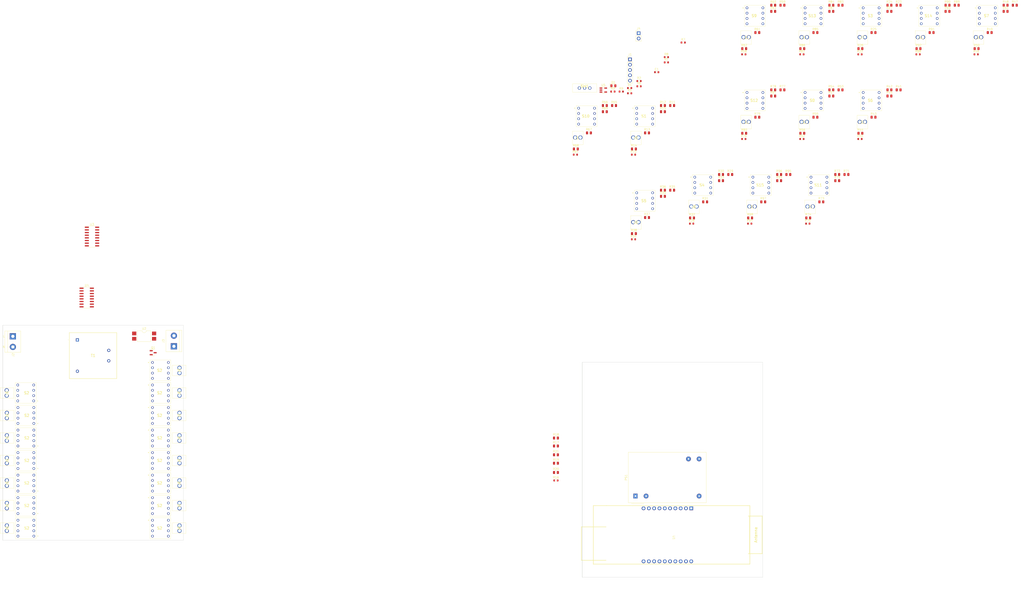
<source format=kicad_pcb>
(kicad_pcb (version 20211014) (generator pcbnew)
  (layers (0 "F.Cu" signal) (31 "B.Cu" signal) (34 "B.Paste" user) (35 "F.Paste" user) (36 "B.SilkS" user "B.Silkscreen") (37 "F.SilkS" user "F.Silkscreen") (38 "B.Mask" user) (39 "F.Mask" user) (44 "Edge.Cuts" user))
  (net 0 "")
  (net 1 "GND")
  (net 2 "+5V")
  (net 3 "+3V3")
  (net 4 "LINE")
  (net 5 "NEUT")
  (net 6 "Net-(U1-Pad11)")
  (net 7 "Net-(U1-Pad12)")
  (net 8 "Net-(U1-Pad13)")
  (net 14 "Net-(J3-Pad1)")
  (net 16 "Net-(U1-Pad16)")
  (net 19 "Net-(C1-Pad1)")
  (net 20 "Net-(D1-Pad1)")
  (net 21 "Net-(J1-Pad3)")
  (net 22 "Net-(J1-Pad4)")
  (net 23 "Net-(J1-Pad5)")
  (net 24 "Net-(J3-Pad2)")
  (net 25 "Net-(J4-Pad1)")
  (net 26 "/CT Sensor 1/ZERO")
  (net 27 "Net-(J5-Pad1)")
  (net 28 "Net-(J6-Pad1)")
  (net 29 "Net-(J7-Pad1)")
  (net 30 "Net-(J8-Pad1)")
  (net 31 "Net-(J9-Pad1)")
  (net 32 "Net-(J10-Pad1)")
  (net 33 "Net-(J11-Pad1)")
  (net 34 "Net-(J12-Pad1)")
  (net 35 "Net-(J13-Pad1)")
  (net 36 "Net-(J14-Pad1)")
  (net 37 "Net-(J15-Pad1)")
  (net 38 "Net-(J16-Pad1)")
  (net 39 "Net-(J17-Pad1)")
  (net 40 "Net-(J18-Pad1)")
  (net 41 "/CT Sensor 9/ZERO")
  (net 42 "Net-(J19-Pad1)")
  (net 44 "Net-(PS1-Pad1)")
  (net 45 "Net-(Q1-Pad1)")
  (net 46 "Net-(Q1-Pad3)")
  (net 47 "Net-(R6-Pad2)")
  (net 48 "Net-(R7-Pad1)")
  (net 49 "Net-(R7-Pad2)")
  (net 50 "/CT1")
  (net 51 "Net-(R11-Pad2)")
  (net 52 "Net-(R12-Pad2)")
  (net 53 "Net-(R13-Pad2)")
  (net 54 "Net-(R14-Pad2)")
  (net 55 "Net-(R15-Pad2)")
  (net 56 "/CT2")
  (net 57 "Net-(R17-Pad2)")
  (net 58 "Net-(R18-Pad2)")
  (net 59 "Net-(R19-Pad2)")
  (net 60 "Net-(R20-Pad2)")
  (net 61 "Net-(R21-Pad2)")
  (net 62 "/CT3")
  (net 63 "Net-(R23-Pad2)")
  (net 64 "Net-(R24-Pad2)")
  (net 65 "Net-(R25-Pad2)")
  (net 66 "Net-(R26-Pad2)")
  (net 67 "Net-(R27-Pad2)")
  (net 68 "/CT4")
  (net 69 "Net-(R29-Pad2)")
  (net 70 "Net-(R30-Pad2)")
  (net 71 "Net-(R31-Pad2)")
  (net 72 "Net-(R32-Pad2)")
  (net 73 "Net-(R33-Pad2)")
  (net 74 "/CT5")
  (net 75 "Net-(R35-Pad2)")
  (net 76 "Net-(R36-Pad2)")
  (net 77 "Net-(R37-Pad2)")
  (net 78 "Net-(R38-Pad2)")
  (net 79 "Net-(R39-Pad2)")
  (net 80 "/CT6")
  (net 81 "Net-(R41-Pad2)")
  (net 82 "Net-(R42-Pad2)")
  (net 83 "Net-(R43-Pad2)")
  (net 84 "Net-(R44-Pad2)")
  (net 85 "Net-(R45-Pad2)")
  (net 86 "/CT7")
  (net 87 "Net-(R47-Pad2)")
  (net 88 "Net-(R48-Pad2)")
  (net 89 "Net-(R49-Pad2)")
  (net 90 "Net-(R50-Pad2)")
  (net 91 "Net-(R51-Pad2)")
  (net 92 "/CT8")
  (net 93 "Net-(R53-Pad2)")
  (net 94 "Net-(R54-Pad2)")
  (net 95 "Net-(R55-Pad2)")
  (net 96 "Net-(R56-Pad2)")
  (net 97 "Net-(R57-Pad2)")
  (net 98 "/CT14")
  (net 99 "Net-(R59-Pad2)")
  (net 100 "Net-(R60-Pad2)")
  (net 101 "Net-(R61-Pad2)")
  (net 102 "Net-(R62-Pad2)")
  (net 103 "Net-(R63-Pad2)")
  (net 104 "/CT10")
  (net 105 "Net-(R65-Pad2)")
  (net 106 "Net-(R66-Pad2)")
  (net 107 "Net-(R67-Pad2)")
  (net 108 "Net-(R68-Pad2)")
  (net 109 "Net-(R69-Pad2)")
  (net 110 "/CT11")
  (net 111 "Net-(R71-Pad2)")
  (net 112 "Net-(R72-Pad2)")
  (net 113 "Net-(R73-Pad2)")
  (net 114 "Net-(R74-Pad2)")
  (net 115 "Net-(R75-Pad2)")
  (net 116 "/CT13")
  (net 117 "Net-(R77-Pad2)")
  (net 118 "Net-(R78-Pad2)")
  (net 119 "Net-(R79-Pad2)")
  (net 120 "Net-(R80-Pad2)")
  (net 121 "Net-(R81-Pad2)")
  (net 122 "/CT12")
  (net 123 "Net-(R83-Pad2)")
  (net 124 "Net-(R84-Pad2)")
  (net 125 "Net-(R85-Pad2)")
  (net 126 "Net-(R86-Pad2)")
  (net 127 "Net-(R87-Pad2)")
  (net 128 "/CT Sensor 9/SENSE")
  (net 129 "Net-(R89-Pad2)")
  (net 130 "Net-(R90-Pad2)")
  (net 131 "Net-(R91-Pad2)")
  (net 132 "Net-(R92-Pad2)")
  (net 133 "Net-(R93-Pad2)")
  (net 134 "/CT15")
  (net 135 "Net-(R95-Pad2)")
  (net 136 "Net-(R96-Pad2)")
  (net 137 "Net-(R97-Pad2)")
  (net 138 "Net-(R98-Pad2)")
  (net 139 "Net-(R99-Pad2)")
  (net 156 "Net-(U1-Pad15)")
  (net 157 "/CT9")
  (footprint "Resistor_SMD:R_0805_2012Metric" (layer "F.Cu") (at 138.255 -66.17)
    (fp_text reference "R13")
    (fp_text value "100Ω/0.5W")
  )
  (footprint "Resistor_SMD:R_0805_2012Metric" (layer "F.Cu") (at 110.425 -66.17)
    (fp_text reference "R67")
    (fp_text value "100Ω/0.5W")
  )
  (footprint "mylife-footprints:RS PRO Terminal Small x2" (layer "F.Cu") (at 240.13 -71.455)
    (fp_text reference "J10")
    (fp_text value "Screw_Terminal_01x02" hide)
  )
  (footprint "Resistor_SMD:R_0603_1608Metric" (layer "F.Cu") (at 187.435 -22.7)
    (fp_text reference "R94")
    (fp_text value "1KΩ")
  )
  (footprint "Resistor_SMD:R_0805_2012Metric" (layer "F.Cu") (at 215.465 -25.43)
    (fp_text reference "R74")
    (fp_text value "62Ω/0.5W")
  )
  (footprint "Resistor_SMD:R_0805_2012Metric" (layer "F.Cu") (at 302.405 -114.23)
    (fp_text reference "R49")
    (fp_text value "100Ω/0.5W")
  )
  (footprint "Resistor_SMD:R_0805_2012Metric" (layer "F.Cu") (at 246.745 -73.68)
    (fp_text reference "R43")
    (fp_text value "100Ω/0.5W")
  )
  (footprint "Resistor_SMD:R_0805_2012Metric" (layer "F.Cu") (at 150.285 -38.72)
    (fp_text reference "R35")
    (fp_text value "200Ω/0.5W")
  )
  (footprint "mylife-footprints:RS PRO Terminal Small x2" (layer "F.Cu") (at 215.13 -30.905)
    (fp_text reference "J15")
    (fp_text value "Screw_Terminal_01x02" hide)
  )
  (footprint "mylife-footprints:RS PRO Terminal Small x2" (layer "F.Cu") (at -168.425 124.46 90)
    (fp_text reference "J6")
    (fp_text value "Screw_Terminal_01x02" hide)
  )
  (footprint "Diode_SMD:D_0805_2012Metric" (layer "F.Cu") (at 122.135 -88.735)
    (fp_text reference "D1")
    (fp_text value "LED")
  )
  (footprint "Resistor_SMD:R_0805_2012Metric" (layer "F.Cu") (at 296.125 -106.53)
    (fp_text reference "R50")
    (fp_text value "62Ω/0.5W")
  )
  (footprint "mylife-footprints:RS PRO SS-10-15SPE" (layer "F.Cu") (at 220.21 -41.155)
    (fp_text reference "S11")
    (fp_text value "SS-10-15SPE" hide)
  )
  (footprint "Resistor_SMD:R_0805_2012Metric" (layer "F.Cu") (at 193.915 -33.13)
    (fp_text reference "R97")
    (fp_text value "100Ω/0.5W")
  )
  (footprint "Resistor_SMD:R_0805_2012Metric" (layer "F.Cu") (at 198.705 -86.78)
    (fp_text reference "R78")
    (fp_text value "120Ω/0.5W")
  )
  (footprint "Resistor_SMD:R_0805_2012Metric" (layer "F.Cu") (at 254.365 -127.33)
    (fp_text reference "R24")
    (fp_text value "120Ω/0.5W")
  )
  (footprint "Resistor_SMD:R_0805_2012Metric" (layer "F.Cu") (at 268.295 -106.53)
    (fp_text reference "R92")
    (fp_text value "62Ω/0.5W")
  )
  (footprint "mylife-footprints:RS PRO Terminal Small x2" (layer "F.Cu") (at 131.64 -63.945)
    (fp_text reference "J5")
    (fp_text value "Screw_Terminal_01x02" hide)
  )
  (footprint "mylife-footprints:RS PRO SS-10-15SPE" (layer "F.Cu") (at 108.89 -74.195)
    (fp_text reference "S10")
    (fp_text value "SS-10-15SPE" hide)
  )
  (footprint "Resistor_SMD:R_0805_2012Metric" (layer "F.Cu") (at 246.745 -114.23)
    (fp_text reference "R25")
    (fp_text value "100Ω/0.5W")
  )
  (footprint "mylife-footprints:RS PRO SS-10-15SPE" (layer "F.Cu") (at -158.9 80.01 180)
    (fp_text reference "S2")
    (fp_text value "SS-10-15SPE" hide)
  )
  (footprint "mylife-footprints:RS PRO Terminal Small x2" (layer "F.Cu") (at -85.725 57.15 -90)
    (fp_text reference "J6")
    (fp_text value "Screw_Terminal_01x02" hide)
  )
  (footprint "mylife-footprints:RS PRO Switch MFP161D" (layer "F.Cu") (at 105.84 -87.655)
    (fp_text reference "SW1")
    (fp_text value "SW_DPDT_x2" hide)
  )
  (footprint "mylife-footprints:RS PRO SS-10-15SPE" (layer "F.Cu") (at 136.72 -74.195)
    (fp_text reference "S1")
    (fp_text value "SS-10-15SPE" hide)
  )
  (footprint "mylife-footprints:RS PRO SS-10-15SPE" (layer "F.Cu") (at 300.87 -122.255)
    (fp_text reference "S7")
    (fp_text value "SS-10-15SPE" hide)
  )
  (footprint "mylife-footprints:RS PRO SS-10-15SPE" (layer "F.Cu") (at 217.38 -122.255)
    (fp_text reference "S13")
    (fp_text value "SS-10-15SPE" hide)
  )
  (footprint "Resistor_SMD:R_0805_2012Metric" (layer "F.Cu") (at 258.775 -127.33)
    (fp_text reference "R23")
    (fp_text value "200Ω/0.5W")
  )
  (footprint "Resistor_SMD:R_0805_2012Metric" (layer "F.Cu") (at 286.605 -127.33)
    (fp_text reference "R89")
    (fp_text value "200Ω/0.5W")
  )
  (footprint "Resistor_SMD:R_0805_2012Metric" (layer "F.Cu") (at 159.805 -25.43)
    (fp_text reference "R32")
    (fp_text value "62Ω/0.5W")
  )
  (footprint "Resistor_SMD:R_0603_1608Metric" (layer "F.Cu") (at 125.905 -85.96)
    (fp_text reference "R9")
    (fp_text value "12KΩ")
  )
  (footprint "Resistor_SMD:R_0603_1608Metric" (layer "F.Cu") (at 121.895 -85.96)
    (fp_text reference "R3")
    (fp_text value "3.3KΩ")
  )
  (footprint "Resistor_SMD:R_0603_1608Metric" (layer "F.Cu") (at 240.265 -103.8)
    (fp_text reference "R22")
    (fp_text value "1KΩ")
  )
  (footprint "Resistor_SMD:R_0805_2012Metric" (layer "F.Cu") (at 145.875 -38.72)
    (fp_text reference "R36")
    (fp_text value "120Ω/0.5W")
  )
  (footprint "Resistor_SMD:R_0805_2012Metric" (layer "F.Cu") (at 191.085 -114.23)
    (fp_text reference "R61")
    (fp_text value "100Ω/0.5W")
  )
  (footprint "Resistor_SMD:R_0805_2012Metric" (layer "F.Cu") (at 314.435 -127.33)
    (fp_text reference "R47")
    (fp_text value "200Ω/0.5W")
  )
  (footprint "mylife-footprints:RS PRO Terminal Small x2" (layer "F.Cu") (at 159.47 -30.905)
    (fp_text reference "J8")
    (fp_text value "Screw_Terminal_01x02" hide)
  )
  (footprint "mylife-footprints:RS PRO SS-10-15SPE" (layer "F.Cu") (at 245.21 -122.255)
    (fp_text reference "S3")
    (fp_text value "SS-10-15SPE" hide)
  )
  (footprint "mylife-footprints:RS PRO Terminal Small x2" (layer "F.Cu") (at -168.51 59.69 90)
    (fp_text reference "J6")
    (fp_text value "Screw_Terminal_01x02" hide)
  )
  (footprint "mylife-footprints:RS PRO SS-10-15SPE" (layer "F.Cu") (at -158.9 123.19 180)
    (fp_text reference "S2")
    (fp_text value "SS-10-15SPE" hide)
  )
  (footprint "Resistor_SMD:R_0805_2012Metric" (layer "F.Cu") (at 184.805 -65.98)
    (fp_text reference "R80")
    (fp_text value "62Ω/0.5W")
  )
  (footprint "mylife-footprints:RS PRO SS-10-15SPE" (layer "F.Cu") (at -158.9 101.6 180)
    (fp_text reference "S2")
    (fp_text value "SS-10-15SPE" hide)
  )
  (footprint "mylife-footprints:RS PRO Terminal Small x2" (layer "F.Cu") (at 184.47 -112.005)
    (fp_text reference "J13")
    (fp_text value "Screw_Terminal_01x02" hide)
  )
  (footprint "Resistor_SMD:R_0805_2012Metric" (layer "F.Cu") (at 94.615 83.82)
    (fp_text reference "R17")
    (fp_text value "200Ω/0.5W")
  )
  (footprint "Resistor_SMD:R_0805_2012Metric" (layer "F.Cu") (at 145.875 -76.32)
    (fp_text reference "R15")
    (fp_text value "33Ω/0.5W")
  )
  (footprint "Resistor_SMD:R_0805_2012Metric" (layer "F.Cu") (at 131.975 -17.92)
    (fp_text reference "R38")
    (fp_text value "62Ω/0.5W")
  )
  (footprint "Connector_PinHeader_2.54mm:PinHeader_1x02_P2.54mm_Vertical" (layer "F.Cu") (at 134.239 -113.919)
    (fp_text reference "J4")
    (fp_text value "Conn_01x02_Male")
  )
  (footprint "mylife-footprints:RS PRO SS-10-15SPE" (layer "F.Cu") (at -158.985 58.42 180)
    (fp_text reference "S2")
    (fp_text value "SS-10-15SPE" hide)
  )
  (footprint "Resistor_SMD:R_0805_2012Metric" (layer "F.Cu") (at 282.195 -124.38)
    (fp_text reference "R93")
    (fp_text value "33Ω/0.5W")
  )
  (footprint "mylife-footprints:RS PRO SS-10-15SPE" (layer "F.Cu") (at -95.25 47.625)
    (fp_text reference "S2")
    (fp_text value "SS-10-15SPE" hide)
  )
  (footprint "Resistor_SMD:R_0805_2012Metric" (layer "F.Cu") (at 282.195 -127.33)
    (fp_text reference "R90")
    (fp_text value "120Ω/0.5W")
  )
  (footprint "Resistor_SMD:R_0805_2012Metric" (layer "F.Cu") (at 131.975 -58.47)
    (fp_text reference "R14")
    (fp_text value "62Ω/0.5W")
  )
  (footprint "mylife-footprints:RS PRO Terminal Small x2" (layer "F.Cu") (at 295.79 -112.005)
    (fp_text reference "J11")
    (fp_text value "Screw_Terminal_01x02" hide)
  )
  (footprint "Resistor_SMD:R_0805_2012Metric" (layer "F.Cu") (at 118.045 -79.27)
    (fp_text reference "R66")
    (fp_text value "120Ω/0.5W")
  )
  (footprint "mylife-footprints:RS PRO Terminal Small x2" (layer "F.Cu") (at -85.725 121.92 -90)
    (fp_text reference "J6")
    (fp_text value "Screw_Terminal_01x02" hide)
  )
  (footprint "mylife-footprints:RS PRO SS-10-15SPE" (layer "F.Cu") (at 164.55 -41.155)
    (fp_text reference "S4")
    (fp_text value "SS-10-15SPE" hide)
  )
  (footprint "Resistor_SMD:R_0603_1608Metric" (layer "F.Cu") (at 147.525 -102.45)
    (fp_text reference "R8")
    (fp_text value "100KΩ")
  )
  (footprint "mylife-footprints:RS PRO Terminal Small x2" (layer "F.Cu") (at 240.13 -112.005)
    (fp_text reference "J7")
    (fp_text value "Screw_Terminal_01x02" hide)
  )
  (footprint "Resistor_SMD:R_0603_1608Metric" (layer "F.Cu") (at 215.265 -22.7)
    (fp_text reference "R70")
    (fp_text value "1KΩ")
  )
  (footprint "Connector_PinHeader_2.54mm:PinHeader_1x05_P2.54mm_Vertical" (layer "F.Cu") (at 130.095 -101.38)
    (fp_text reference "J1")
    (fp_text value "Conn_01x05_Male")
  )
  (footprint "Resistor_SMD:R_0805_2012Metric" (layer "F.Cu") (at 94.615 96.52)
    (fp_text reference "R20")
    (fp_text value "62Ω/0.5W")
  )
  (footprint "Resistor_SMD:R_0805_2012Metric" (layer "F.Cu") (at 226.535 -83.83)
    (fp_text reference "R57")
    (fp_text value "33Ω/0.5W")
  )
  (footprint "mylife-footprints:RS PRO Terminal Small x2" (layer "F.Cu") (at -85.725 67.945 -90)
    (fp_text reference "J6")
    (fp_text value "Screw_Terminal_01x02" hide)
  )
  (footprint "mylife-footprints:RS PRO Terminal Small x2" (layer "F.Cu") (at -168.425 102.87 90)
    (fp_text reference "J6")
    (fp_text value "Screw_Terminal_01x02" hide)
  )
  (footprint "mylife-footprints:RS PRO Terminal Small x2" (layer "F.Cu") (at 131.64 -23.395)
    (fp_text reference "J9")
    (fp_text value "Screw_Terminal_01x02" hide)
  )
  (footprint "Resistor_SMD:R_0603_1608Metric" (layer "F.Cu") (at 268.095 -103.8)
    (fp_text reference "R88")
    (fp_text value "1KΩ")
  )
  (footprint "Resistor_SMD:R_0805_2012Metric" (layer "F.Cu") (at 203.115 -127.33)
    (fp_text reference "R59")
    (fp_text value "200Ω/0.5W")
  )
  (footprint "Resistor_SMD:R_0805_2012Metric" (layer "F.Cu") (at 221.745 -33.13)
    (fp_text reference "R73")
    (fp_text value "100Ω/0.5W")
  )
  (footprint "mylife-footprints:RS PRO SS-10-15SPE" (layer "F.Cu") (at 245.21 -81.705)
    (fp_text reference "S6")
    (fp_text value "SS-10-15SPE" hide)
  )
  (footprint "mylife-footprints:RS PRO SS-10-15SPE" (layer "F.Cu") (at -95.25 90.805)
    (fp_text reference "S2")
    (fp_text value "SS-10-15SPE" hide)
  )
  (footprint "Resistor_SMD:R_0805_2012Metric" (layer "F.Cu") (at 138.255 -25.62)
    (fp_text reference "R37")
    (fp_text value "100Ω/0.5W")
  )
  (footprint "Resistor_SMD:R_0603_1608Metric" (layer "F.Cu") (at 212.435 -63.25)
    (fp_text reference "R52")
    (fp_text value "1KΩ")
  )
  (footprint "Resistor_SMD:R_0603_1608Metric" (layer "F.Cu") (at 155.575 -109.45)
    (fp_text reference "R7")
    (fp_text value "1KΩ")
  )
  (footprint "Package_TO_SOT_SMD:SOT-23" (layer "F.Cu") (at -98.327 39.135)
    (fp_text reference "Q1")
    (fp_text value "BSS138")
  )
  (footprint "mylife-footprints:RS PRO SS-10-15SPE" (layer "F.Cu") (at 189.55 -122.255)
    (fp_text reference "S9")
    (fp_text value "SS-10-15SPE" hide)
  )
  (footprint "mylife-footprints:RS PRO SS-10-15SPE" (layer "F.Cu") (at 189.55 -81.705)
    (fp_text reference "S12")
    (fp_text value "SS-10-15SPE" hide)
  )
  (footprint "Resistor_SMD:R_0603_1608Metric" (layer "F.Cu") (at 134.425 -88.49)
    (fp_text reference "R6")
    (fp_text value "220Ω")
  )
  (footprint "mylife-footprints:RS PRO Terminal Small x2" (layer "F.Cu") (at -85.725 46.355 -90)
    (fp_text reference "J6")
    (fp_text value "Screw_Terminal_01x02" hide)
  )
  (footprint "Resistor_SMD:R_0805_2012Metric" (layer "F.Cu") (at 184.805 -106.53)
    (fp_text reference "R62")
    (fp_text value "62Ω/0.5W")
  )
  (footprint "mylife-footprints:RS PRO SS-10-15SPE" (layer "F.Cu") (at 192.38 -41.155)
    (fp_text reference "S15")
    (fp_text value "SS-10-15SPE" hide)
  )
  (footprint "Resistor_SMD:R_0805_2012Metric" (layer "F.Cu") (at 205.945 -46.23)
    (fp_text reference "R95")
    (fp_text value "200Ω/0.5W")
  )
  (footprint "Resistor_SMD:R_0805_2012Metric" (layer "F.Cu") (at 150.285 -79.27)
    (fp_text reference "R11")
    (fp_text value "200Ω/0.5W")
  )
  (footprint "Resistor_SMD:R_0805_2012Metric" (layer "F.Cu") (at 310.025 -127.33)
    (fp_text reference "R48")
    (fp_text value "120Ω/0.5W")
  )
  (footprint "Resistor_SMD:R_0805_2012Metric" (layer "F.Cu") (at 94.615 80.01)
    (fp_text reference "R18")
    (fp_text value "120Ω/0.5W")
  )
  (footprint "Resistor_SMD:R_0805_2012Metric" (layer "F.Cu") (at 274.575 -114.23)
    (fp_text reference "R91")
    (fp_text value "100Ω/0.5W")
  )
  (footprint "Resistor_SMD:R_0805_2012Metric" (layer "F.Cu") (at 254.365 -83.83)
    (fp_text reference "R45")
    (fp_text value "33Ω/0.5W")
  )
  (footprint "Resistor_SMD:R_0805_2012Metric" (layer "F.Cu") (at 254.365 -86.78)
    (fp_text reference "R42")
    (fp_text value "120Ω/0.5W")
  )
  (footprint "Package_SO:SOIC-16_3.9x9.9mm_P1.27mm" (layer "F.Cu") (at -127.635 -16.51)
    (fp_text reference "U3")
    (fp_text value "MCP3208")
  )
  (footprint "Resistor_SMD:R_0805_2012Metric" (layer "F.Cu") (at 218.915 -114.23)
    (fp_text reference "R85")
    (fp_text value "100Ω/0.5W")
  )
  (footprint "Resistor_SMD:R_0603_1608Metric" (layer "F.Cu") (at 94.615 100.33)
    (fp_text reference "R16")
    (fp_text value "1KΩ")
  )
  (footprint "mylife-footprints:RS PRO Terminal Small x2" (layer "F.Cu") (at 212.3 -71.455)
    (fp_text reference "J12")
    (fp_text value "Screw_Terminal_01x02" hide)
  )
  (footprint "Resistor_SMD:R_0805_2012Metric" (layer "F.Cu") (at 203.115 -86.78)
    (fp_text reference "R77")
    (fp_text value "200Ω/0.5W")
  )
  (footprint "Resistor_SMD:R_0805_2012Metric" (layer "F.Cu") (at 145.875 -79.27)
    (fp_text reference "R12")
    (fp_text value "120Ω/0.5W")
  )
  (footprint "Converter_ACDC:Converter_ACDC_MeanWell_IRM-03-xx_THT" (layer "F.Cu") (at 132.715 107.8075 90)
    (fp_text reference "PS1")
    (fp_text value "Alim RS PRO 5V 1A")
  )
  (footprint "Resistor_SMD:R_0603_1608Metric" (layer "F.Cu") (at 240.265 -63.25)
    (fp_text reference "R40")
    (fp_text value "1KΩ")
  )
  (footprint "Package_SO:SOIC-16_3.9x9.9mm_P1.27mm" (layer "F.Cu") (at -130.175 12.7)
    (fp_text reference "U4")
    (fp_text value "MCP3208")
  )
  (footprint "Resistor_SMD:R_0805_2012Metric" (layer "F.Cu") (at 218.915 -73.68)
    (fp_text reference "R55")
    (fp_text value "100Ω/0.5W")
  )
  (footprint "Resistor_SMD:R_0603_1608Metric" (layer "F.Cu") (at 131.775 -55.74)
    (fp_text reference "R10")
    (fp_text value "1KΩ")
  )
  (footprint "TerminalBlock:TerminalBlock_bornier-2_P5.08mm" (layer "F.Cu") (at -165.545 31.29 -90)
    (fp_text reference "J2")
    (fp_text value "Screw_Terminal_01x02")
  )
  (footprint "Resistor_SMD:R_0805_2012Metric" (layer "F.Cu") (at 166.085 -33.13)
    (fp_text reference "R31")
    (fp_text value "100Ω/0.5W")
  )
  (footprint "Resistor_SMD:R_0805_2012Metric" (layer "F.Cu") (at 198.705 -124.38)
    (fp_text reference "R63")
    (fp_text value "33Ω/0.5W")
  )
  (footprint "Resistor_SMD:R_0603_1608Metric" (layer "F.Cu") (at 184.605 -103.8)
    (fp_text reference "R58")
    (fp_text value "1KΩ")
  )
  (footprint "mylife-footprints:RS PRO SS-10-15SPE" (layer "F.Cu") (at 273.04 -122.255)
    (fp_text reference "S14")
    (fp_text value "SS-10-15SPE" hide)
  )
  (footprint "Resistor_SMD:R_0805_2012Metric" (layer "F.Cu") (at 201.535 -43.28)
    (fp_text reference "R99")
    (fp_text value "33Ω/0.5W")
  )
  (footprint "Resistor_SMD:R_0805_2012Metric" (layer "F.Cu") (at 226.535 -127.33)
    (fp_text reference "R84")
    (fp_text value "120Ω/0.5W")
  )
  (footprint "Resistor_SMD:R_0805_2012Metric" (layer "F.Cu") (at 201.535 -46.23)
    (fp_text reference "R96")
    (fp_text value "120Ω/0.5W")
  )
  (footprint "Resistor_SMD:R_0805_2012Metric" (layer "F.Cu") (at 229.365 -43.28)
    (fp_text reference "R75")
    (fp_text value "33Ω/0.5W")
  )
  (footprint "mylife-footprints:RS PRO Terminal Small x2" (layer "F.Cu") (at -85.725 78.74 -90)
    (fp_text reference "J6")
    (fp_text value "Screw_Terminal_01x02" hide)
  )
  (footprint "mylife-footprints:RS PRO Terminal Small x2" (layer "F.Cu") (at -168.425 70.485 90)
    (fp_text reference "J6")
    (fp_text value "Screw_Terminal_01x02" hide)
  )
  (footprint "mylife-footprints:RS PRO SS-10-15SPE" (layer "F.Cu") (at -95.25 69.215)
    (fp_text reference "S2")
    (fp_text value "SS-10-15SPE" hide)
  )
  (footprint "mylife-footprints:RS PRO SS-10-15SPE" (layer "F.Cu") (at -95.25 123.19)
    (fp_text reference "S2")
    (fp_text value "SS-10-15SPE" hide)
  )
  (footprint "Resistor_SMD:R_0805_2012Metric" (layer "F.Cu") (at 173.705 -43.28)
    (fp_text reference "R33")
    (fp_text value "33Ω/0.5W")
  )
  (footprint "Resistor_SMD:R_0805_2012Metric" (layer "F.Cu") (at 94.615 88.045)
    (fp_text reference "R21")
    (fp_text value "33Ω/0.5W")
  )
  (footprint "Resistor_SMD:R_0805_2012Metric" (layer "F.Cu") (at 187.635 -25.43)
    (fp_text reference "R98")
    (fp_text value "62Ω/0.5W")
  )
  (footprint "mylife-footprints:RS PRO Terminal Small x2" (layer "F.Cu") (at 212.3 -112.005)
    (fp_text reference "J17")
    (fp_text value "Screw_Terminal_01x02" hide)
  )
  (footprint "Resistor_SMD:R_0805_2012Metric" (layer "F.Cu") (at 258.775 -86.78)
    (fp_text reference "R41")
    (fp_text value "200Ω/0.5W")
  )
  (footprint "TerminalBlock:TerminalBlock_bornier-2_P5.08mm" (layer "F.Cu") (at -88.392 36.068 90)
    (fp_text reference "J3")
    (fp_text value "Screw_Terminal_01x02")
  )
  (footprint "Resistor_SMD:R_0603_1608Metric" (layer "F.Cu") (at 159.605 -22.7)
    (fp_text reference "R28")
    (fp_text value "1KΩ")
  )
  (footprint "Resistor_SMD:R_0805_2012Metric" (layer "F.Cu") (at 104.145 -58.47)
    (fp_text reference "R68")
    (fp_text value "62Ω/0.5W")
  )
  (footprint "Resistor_SMD:R_0603_1608Metric" (layer "F.Cu") (at 131.775 -15.19)
    (fp_text reference "R34")
    (fp_text value "1KΩ")
  )
  (footprint "Resistor_SMD:R_0603_1608Metric" (layer "F.Cu") (at 147.525 -99.94)
    (fp_text reference "R1")
    (fp_text value "1KΩ")
  )
  (footprint "mylife-footprints:RS PRO SS-10-15SPE" (layer "F.Cu") (at 217.38 -81.705)
    (fp_text reference "S8")
    (fp_text value "SS-10-15SPE" hide)
  )
  (footprint "Resistor_SMD:R_0805_2012Metric" (layer "F.Cu") (at 178.115 -46.23)
    (fp_text reference "R29")
    (fp_text value "200Ω/0.5W")
  )
  (footprint "mylife-footprints:RS PRO Terminal Small x2" (layer "F.Cu") (at 267.96 -112.005)
    (fp_text reference "J18")
    (fp_text value "Screw_Terminal_01x02" hide)
  )
  (footprint "mylife-footprints:ESP32-POE" (layer "F.Cu") (at 149.415 126.43 -90)
    (fp_text reference "U1")
    (fp_text value "ESP32-POE")
  )
  (footprint "Resistor_SMD:R_0805_2012Metric" (layer "F.Cu") (at 198.705 -127.33)
    (fp_text reference "R60")
    (fp_text value "120Ω/0.5W")
  )
  (footprint "Resistor_SMD:R_0603_1608Metric" (layer "F.Cu") (at 295.925 -103.8)
    (fp_text reference "R46")
    (fp_text value "1KΩ")
  )
  (footprint "Resistor_SMD:R_0805_2012Metric" (layer "F.Cu") (at 198.705 -83.83)
    (fp_text reference "R81")
    (fp_text value "33Ω/0.5W")
  )
  (footprint "Resistor_SMD:R_0603_1608Metric" (layer "F.Cu") (at 142.875 -95.25)
    (fp_text reference "C1")
    (fp_text value "1uF/6V")
  )
  (footprint "Resistor_SMD:R_0805_2012Metric" (layer "F.Cu") (at 310.025 -124.38)
    (fp_text reference "R51")
    (fp_text value "33Ω/0.5W")
  )
  (footprint "mylife-footprints:RS PRO Terminal Small x2" (layer "F.Cu") (at -168.425 81.28 90)
    (fp_text reference "J6")
    (fp_text value "Screw_Terminal_01x02" hide)
  )
  (footprint "Resistor_SMD:R_0805_2012Metric" (layer "F.Cu") (at 230.945 -127.33)
    (fp_text reference "R83")
    (fp_text value "200Ω/0.5W")
  )
  (footprint "mylife-footprints:RS PRO SS-10-15SPE" (layer "F.Cu") (at -95.25 112.395)
    (fp_text reference "S2")
    (fp_text value "SS-10-15SPE" hide)
  )
  (footprint "Resistor_SMD:R_0805_2012Metric" (layer "F.Cu") (at 240.465 -106.53)
    (fp_text reference "R26")
    (fp_text value "62Ω/0.5W")
  )
  (footprint "mylife-footprints:RS PRO SS-10-15SPE" (layer "F.Cu") (at -95.25 101.6)
    (fp_text reference "S2")
    (fp_text value "SS-10-15SPE" hide)
  )
  (footprint "Package_DIP:SMDIP-4_W9.53mm" (layer "F.Cu") (at -102.647 31.185)
    (fp_text reference "U2")
    (fp_text value "LTV-814")
  )
  (footprint "Resistor_SMD:R_0603_1608Metric" (layer "F.Cu") (at 129.915 -85.14)
    (fp_text reference "R5")
    (fp_text value "12KΩ")
  )
  (footprint "Resistor_SMD:R_0805_2012Metric" (layer "F.Cu") (at 254.365 -124.38)
    (fp_text reference "R27")
    (fp_text value "33Ω/0.5W")
  )
  (footprint "Resistor_SMD:R_0805_2012Metric" (layer "F.Cu") (at 212.635 -106.53)
    (fp_text reference "R86")
    (fp_text value "62Ω/0.5W")
  )
  (footprint "mylife-footprints:RS PRO SS-10-15SPE" (layer "F.Cu") (at -158.9 90.805 180)
    (fp_text reference "S2")
    (fp_text value "SS-10-15SPE" hide)
  )
  (footprint "Resistor_SMD:R_0603_1608Metric" (layer "F.Cu") (at 134.425 -91)
    (fp_text reference "R2")
    (fp_text value "10KΩ")
  )
  (footprint "Resistor_SMD:R_0805_2012Metric" (layer "F.Cu") (at 230.945 -86.78)
    (fp_text reference "R53")
    (fp_text value "200Ω/0.5W")
  )
  (footprint "Resistor_SMD:R_0805_2012Metric" (layer "F.Cu") (at 122.455 -79.27)
    (fp_text reference "R65")
    (fp_text value "200Ω/0.5W")
  )
  (footprint "mylife-footprints:RS PRO SS-10-15SPE" (layer "F.Cu") (at -95.25 80.01)
    (fp_text reference "S2")
    (fp_text value "SS-10-15SPE" hide)
  )
  (footprint "mylife-footprints:RS PRO Terminal Small x2" (layer "F.Cu") (at 184.47 -71.455)
    (fp_text reference "J16")
    (fp_text value "Screw_Terminal_01x02" hide)
  )
  (footprint "mylife-footprints:RS PRO Terminal Small x2" (layer "F.Cu") (at -168.425 92.075 90)
    (fp_text reference "J6")
    (fp_text value "Screw_Terminal_01x02" hide)
  )
  (footprint "Resistor_SMD:R_0805_2012Metric" (layer "F.Cu") (at 118.045 -76.32)
    (fp_text reference "R69")
    (fp_text value "33Ω/0.5W")
  )
  (footprint "mylife-footprints:RS PRO SS-10-15SPE" (layer "F.Cu") (at -158.9 112.395 180)
    (fp_text reference "S2")
    (fp_text value "SS-10-15SPE" hide)
  )
  (footprint "Resistor_SMD:R_0603_1608Metric" (layer "F.Cu") (at 184.605 -63.25)
    (fp_text reference "R76")
    (fp_text value "1KΩ")
  )
  (footprint "Resistor_SMD:R_0805_2012Metric" (layer "F.Cu") (at 191.085 -73.68)
    (fp_text reference "R79")
    (fp_text value "100Ω/0.5W")
  )
  (footprint "mylife-footprints:RS PRO Terminal Small x2" (layer "F.Cu") (at 103.81 -63.945)
    (fp_text reference "J14")
    (fp_text value "Screw_Terminal_01x02" hide)
  )
  (footprint "Resistor_SMD:R_0805_2012Metric" (layer "F.Cu") (at 212.635 -65.98)
    (fp_text reference "R56")
    (fp_text value "62Ω/0.5W")
  )
  (footprint "Package_TO_SOT_SMD:SOT-23-5" (layer "F.Cu") (at 117.315 -86.68)
    (fp_text reference "U5")
    (fp_text value "LMV321")
  )
  (footprint "Resistor_SMD:R_0805_2012Metric" (layer "F.Cu") (at 94.615 92.075)
    (fp_text reference "R19")
    (fp_text value "100Ω/0.5W")
  )
  (footprint "mylife-footprints:RS PRO Terminal Small x2" (layer "F.Cu") (at -168.425 113.665 90)
    (fp_text reference "J6")
    (fp_text value "Screw_Terminal_01x02" hide)
  )
  (footprint "Resistor_SMD:R_0805_2012Metric" (layer "F.Cu") (at 145.875 -35.77)
    (fp_text reference "R39")
    (fp_text value "33Ω/0.5W")
  )
  (footprint "mylife-footprints:RS PRO SS-10-15SPE" (layer "F.Cu") (at -95.25 58.42)
    (fp_text reference "S2")
    (fp_text value "SS-10-15SPE" hide)
  )
  (footprint "Resistor_SMD:R_0805_2012Metric" (layer "F.Cu") (at 240.465 -65.98)
    (fp_text reference "R44")
    (fp_text value "62Ω/0.5W")
  )
  (footprint "mylife-footprints:RS PRO Terminal Small x2" (layer "F.Cu") (at -85.725 100.33 -90)
    (fp_text reference "J6")
    (fp_text value "Screw_Terminal_01x02" hide)
  )
  (footprint "mylife-footprints:RS PRO Terminal Small x2" (layer "F.Cu") (at -85.725 89.535 -90)
    (fp_text reference "J6")
    (fp_text value "Screw_Terminal_01x02" hide)
  )
  (footprint "mylife-footprints:RS PRO SS-10-15SPE" (layer "F.Cu") (at -158.9 69.215 180)
    (fp_text reference "S2")
    (fp_text value "SS-10-15SPE" hide)
  )
  (footprint "Resistor_SMD:R_0805_2012Metric" (layer "F.Cu") (at 233.775 -46.23)
    (fp_text reference "R71")
    (fp_text value "200Ω/0.5W")
  )
  (footprint "Resistor_SMD:R_0805_2012Metric" (layer "F.Cu") (at 229.365 -46.23)
    (fp_text reference "R72")
    (fp_text value "120Ω/0.5W")
  )
  (footprint "mylife-footprints:RS PRO SS-10-15SPE" (layer "F.Cu") (at 136.72 -33.645)
    (fp_text reference "S5")
    (fp_text value "SS-10-15SPE" hide)
  )
  (footprint "Resistor_SMD:R_0603_1608Metric" (layer "F.Cu") (at 212.435 -103.8)
    (fp_text reference "R82")
    (fp_text value "1KΩ")
  )
  (footprint "Resistor_SMD:R_0603_1608Metric" (layer "F.Cu") (at 103.945 -55.74)
    (fp_text reference "R64")
    (fp_text value "1KΩ")
  )
  (footprint "mylife-footprints:RS PRO Transfo 6V 0.35VA" (layer "F.Cu") (at -134.62 33.02)
    (fp_text reference "T1")
    (fp_text value "230V - 6V" hide)
  )
  (footprint "Resistor_SMD:R_0805_2012Metric" (layer "F.Cu") (at 226.535 -124.38)
    (fp_text reference "R87")
    (fp_text value "33Ω/0.5W")
  )
  (footprint "Resistor_SMD:R_0805_2012Metric" (layer "F.Cu") (at 226.535 -86.78)
    (fp_text reference "R54")
    (fp_text value "120Ω/0.5W")
  )
  (footprint "Resistor_SMD:R_0805_2012Metric" (layer "F.Cu") (at 173.705 -46.23)
    (fp_text reference "R30")
    (fp_text value "120Ω/0.5W")
  )
  (footprint "Resistor_SMD:R_0603_1608Metric" (layer "F.Cu") (at 129.915 -87.65)
    (fp_text reference "R4")
    (fp_text value "12KΩ")
  )
  (footprint "mylife-footprints:RS PRO Terminal Small x2" (layer "F.Cu") (at 187.3 -30.905)
    (fp_text reference "J19")
    (fp_text value "Screw_Terminal_01x02" hide)
  )
  (footprint "mylife-footprints:RS PRO Terminal Small x2" (layer "F.Cu") (at -85.725 111.125 -90)
    (fp_text reference "J6")
    (fp_text value "Screw_Terminal_01x02" hide)
  )
  (gr_line (start -170.32 25.97) (end -83.82 25.97) (layer "Edge.Cuts") (width 0.1))
  (gr_line locked (start 107.175 43.75) (end 193.675 43.75) (layer "Edge.Cuts") (width 0.1))
  (gr_line (start -83.82 128.97) (end -83.82 25.97) (layer "Edge.Cuts") (width 0.1))
  (gr_line locked (start 193.675 146.75) (end 193.675 43.75) (layer "Edge.Cuts") (width 0.1))
  (gr_line (start -170.32 128.97) (end -170.32 25.97) (layer "Edge.Cuts") (width 0.1))
  (gr_line locked (start 107.175 146.75) (end 107.175 43.75) (layer "Edge.Cuts") (width 0.1))
  (gr_line (start -170.32 128.97) (end -83.82 128.97) (layer "Edge.Cuts") (width 0.1))
  (gr_line (start 107.175 146.75) (end 107.175 43.75) (layer "Edge.Cuts") (width 0.1))
  (gr_line (start -170.32 128.97) (end -170.32 25.97) (layer "Edge.Cuts") (width 0.1))
  (gr_line locked (start 107.175 146.75) (end 193.675 146.75) (layer "Edge.Cuts") (width 0.1))
  (gr_text "L" (at -169.855 31.29) (layer "F.SilkS") (effects (font (size 1 1))))
  (gr_text "N" (at -169.855 36.37) (layer "F.SilkS") (effects (font (size 1 1))))
)
</source>
